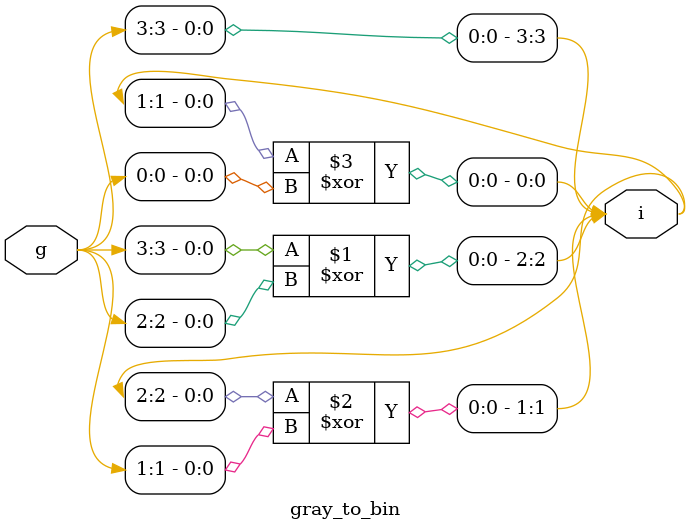
<source format=v>
`timescale 1ns / 1ps


module gray_to_bin(g,i );
input [3:0] g;
output [3:0] i;
assign i[3]= g[3];
assign i[2]=g[3]^g[2];
assign i[1]=i[2]^g[1];
assign i[0]=i[1]^g[0];
endmodule

</source>
